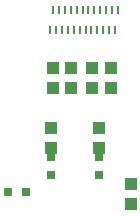
<source format=gbr>
G04 EAGLE Gerber RS-274X export*
G75*
%MOMM*%
%FSLAX34Y34*%
%LPD*%
%INSolderpaste Top*%
%IPPOS*%
%AMOC8*
5,1,8,0,0,1.08239X$1,22.5*%
G01*
%ADD10R,1.000000X1.100000*%
%ADD11R,0.800000X0.800000*%
%ADD12R,0.290000X0.700000*%
%ADD13R,1.100000X1.000000*%


D10*
X42863Y67238D03*
X42863Y50238D03*
D11*
X-61475Y60325D03*
X-46475Y60325D03*
D12*
X29088Y198188D03*
X24088Y198188D03*
X19088Y198188D03*
X14088Y198188D03*
X9088Y198188D03*
X4088Y198188D03*
X-913Y198188D03*
X-5913Y198188D03*
X-10913Y198188D03*
X-15913Y198188D03*
X-20913Y198188D03*
X-25913Y198188D03*
X-23413Y215188D03*
X-18413Y215188D03*
X-13413Y215188D03*
X-8413Y215188D03*
X-3413Y215188D03*
X1588Y215188D03*
X6588Y215188D03*
X11588Y215188D03*
X16588Y215188D03*
X21588Y215188D03*
X26588Y215188D03*
X31588Y215188D03*
D13*
X9525Y165663D03*
X9525Y148663D03*
X-7938Y148663D03*
X-7938Y165663D03*
D10*
X25400Y148663D03*
X25400Y165663D03*
X-23813Y148663D03*
X-23813Y165663D03*
D13*
X-25400Y97863D03*
X-25400Y114863D03*
X15875Y97863D03*
X15875Y114863D03*
D11*
X-25400Y90050D03*
X-25400Y75050D03*
X15875Y90050D03*
X15875Y75050D03*
M02*

</source>
